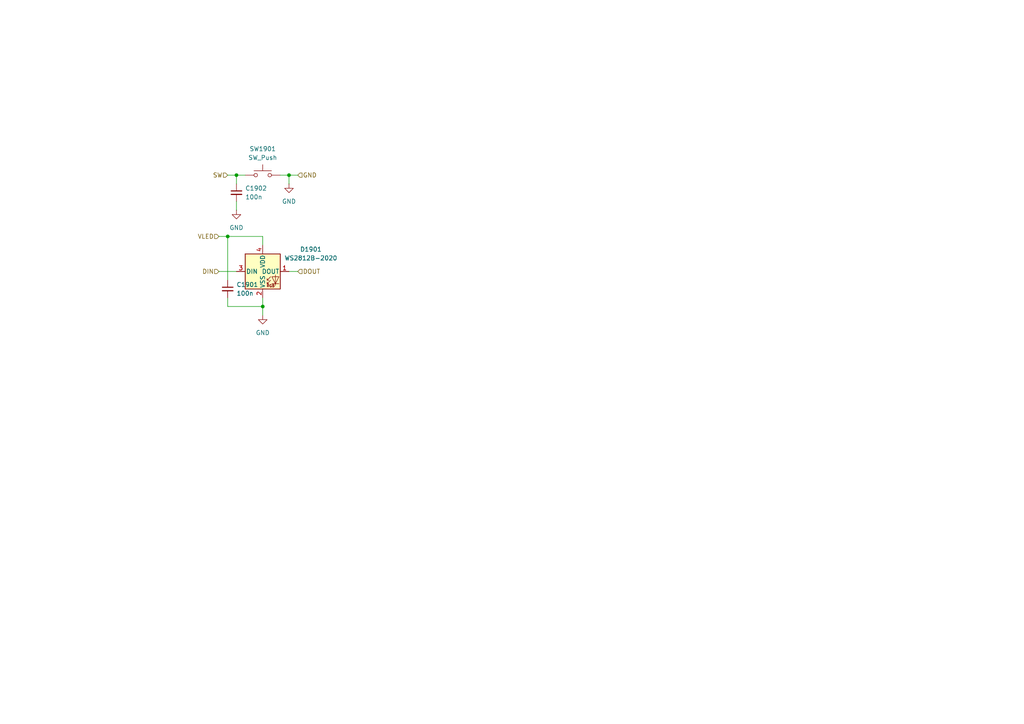
<source format=kicad_sch>
(kicad_sch (version 20250114) (generator "eeschema") (generator_version "9.0")
  (paper "A4")
  (lib_symbols
    (symbol "Device:C_Small" (pin_numbers (hide yes)) (pin_names (offset 0.254) (hide yes))
      (property "Reference" "C" (at 0.254 1.778 0))
      (property "Value" "C_Small" (at 0.254 -2.032 0))
      (symbol "C_Small_0_1"
        (polyline (pts (xy -1.524 0.508) (xy 1.524 0.508)) (stroke (width 0.3048)))
        (polyline (pts (xy -1.524 -0.508) (xy 1.524 -0.508)) (stroke (width 0.3302)))
      )
      (symbol "C_Small_1_1"
        (pin passive line (at 0 2.54 270) (length 2.032) (name "~") (number "1"))
        (pin passive line (at 0 -2.54 90) (length 2.032) (name "~") (number "2"))
      )
    )
    (symbol "LED:WS2812B-2020" (pin_names (offset 0.254))
      (property "Reference" "D" (at 5.08 5.715 0))
      (property "Value" "WS2812B-2020" (at 1.27 -5.715 0))
      (symbol "WS2812B-2020_0_0"
        (text "RGB" (at 2.286 -4.191 0) (effects (font (size 0.762 0.762))))
      )
      (symbol "WS2812B-2020_0_1"
        (polyline (pts (xy 1.27 -2.54) (xy 1.778 -2.54)))
        (polyline (pts (xy 1.27 -3.556) (xy 1.778 -3.556)))
        (polyline (pts (xy 2.286 -1.524) (xy 1.27 -2.54) (xy 1.27 -2.032)))
        (polyline (pts (xy 2.286 -2.54) (xy 1.27 -3.556) (xy 1.27 -3.048)))
        (polyline (pts (xy 3.683 -1.016) (xy 3.683 -3.556) (xy 3.683 -4.064)))
        (polyline (pts (xy 4.699 -1.524) (xy 2.667 -1.524) (xy 3.683 -3.556) (xy 4.699 -1.524)))
        (polyline (pts (xy 4.699 -3.556) (xy 2.667 -3.556)))
        (rectangle (start 5.08 5.08) (end -5.08 -5.08) (stroke (width 0.254)) (fill (type background)))
      )
      (symbol "WS2812B-2020_1_1"
        (pin input line (at -7.62 0 0) (length 2.54) (name "DIN") (number "3"))
        (pin power_in line (at 0 7.62 270) (length 2.54) (name "VDD") (number "4"))
        (pin power_in line (at 0 -7.62 90) (length 2.54) (name "VSS") (number "2"))
        (pin output line (at 7.62 0 180) (length 2.54) (name "DOUT") (number "1"))
      )
    )
    (symbol "Switch:SW_Push" (pin_numbers (hide yes)) (pin_names (offset 1.016) (hide yes))
      (property "Reference" "SW" (at 1.27 2.54 0))
      (property "Value" "SW_Push" (at 0 -1.524 0))
      (symbol "SW_Push_0_1"
        (circle (center -2.032 0) (radius 0.508))
        (polyline (pts (xy 0 1.27) (xy 0 3.048)))
        (circle (center 2.032 0) (radius 0.508))
        (polyline (pts (xy 2.54 1.27) (xy -2.54 1.27)))
        (pin passive line (at -5.08 0 0) (length 2.54) (name "1") (number "1"))
        (pin passive line (at 5.08 0 180) (length 2.54) (name "2") (number "2"))
      )
    )
    (symbol "power:GND" (power) (pin_numbers (hide yes)) (pin_names (offset 0) (hide yes))
      (property "Value" "GND" (at 0 -3.81 0))
      (symbol "GND_0_1"
        (polyline (pts (xy 0 0) (xy 0 -1.27) (xy 1.27 -1.27) (xy 0 -2.54) (xy -1.27 -1.27) (xy 0 -1.27)))
      )
      (symbol "GND_1_1"
        (pin power_in line (at 0 0 270) (length 0) (name "~") (number "1"))
      )
    )
  )
  (junction (at 66.04 68.58))
  (junction (at 68.58 50.8))
  (junction (at 83.82 50.8))
  (junction (at 76.2 88.9))
  (wire (pts (xy 68.58 50.8) (xy 68.58 53.34)))
  (wire (pts (xy 81.28 50.8) (xy 83.82 50.8)))
  (wire (pts (xy 83.82 78.74) (xy 86.36 78.74)))
  (wire (pts (xy 83.82 50.8) (xy 86.36 50.8)))
  (wire (pts (xy 76.2 68.58) (xy 76.2 71.12)))
  (wire (pts (xy 68.58 58.42) (xy 68.58 60.96)))
  (wire (pts (xy 76.2 88.9) (xy 76.2 91.44)))
  (wire (pts (xy 66.04 68.58) (xy 76.2 68.58)))
  (wire (pts (xy 76.2 88.9) (xy 66.04 88.9)))
  (wire (pts (xy 63.5 78.74) (xy 68.58 78.74)))
  (wire (pts (xy 71.12 50.8) (xy 68.58 50.8)))
  (wire (pts (xy 83.82 50.8) (xy 83.82 53.34)))
  (wire (pts (xy 63.5 68.58) (xy 66.04 68.58)))
  (wire (pts (xy 66.04 68.58) (xy 66.04 81.28)))
  (wire (pts (xy 76.2 86.36) (xy 76.2 88.9)))
  (wire (pts (xy 66.04 50.8) (xy 68.58 50.8)))
  (wire (pts (xy 66.04 88.9) (xy 66.04 86.36)))
  (hierarchical_label "VLED" (shape input) (at 63.5 68.58 180))
  (hierarchical_label "DIN" (shape input) (at 63.5 78.74 180))
  (hierarchical_label "DOUT" (shape input) (at 86.36 78.74 0))
  (hierarchical_label "SW" (shape input) (at 66.04 50.8 180))
  (hierarchical_label "GND" (shape input) (at 86.36 50.8 0))
  (symbol (lib_id "Switch:SW_Push") (at 76.2 50.8 0) (unit 1)
    (property "Reference" "SW801" (at 76.2 43.18 0))
    (property "Value" "SW_Push" (at 76.2 45.72 0))
    (property "Footprint" "Button_Switch_Keyboard:SW_Cherry_MX_1.00u_PCB" (effects (hide yes)))
    (property "Description" "Push button switch, generic, two pins" (effects (hide yes)))
    (instances (project "NiController" (path "" (reference "SW1901") (unit 1)) (path "" (reference "SW901") (unit 1)) (path "" (reference "SW801") (unit 1)) (path "" (reference "SW2901") (unit 1))))
  )
  (symbol (lib_id "power:GND") (at 83.82 53.34 0) (unit 1)
    (property "Reference" "#PWR0803" (effects (hide yes)))
    (property "Value" "GND" (at 83.82 58.42 0))
    (property "Description" "Power symbol creates a global label with name \"GND\" , ground" (effects (hide yes)))
    (instances (project "NiController" (path "" (reference "#PWR01903") (unit 1)) (path "" (reference "#PWR0903") (unit 1)) (path "" (reference "#PWR0803") (unit 1)) (path "" (reference "#PWR02903") (unit 1))))
  )
  (symbol (lib_id "Device:C_Small") (at 68.58 55.88 0) (unit 1)
    (property "Reference" "C802" (at 71.12 54.6162 0) (effects (justify left)))
    (property "Value" "100n" (at 71.12 57.1562 0) (effects (justify left)))
    (property "Footprint" "Capacitor_SMD:C_0603_1608Metric" (effects (hide yes)))
    (property "Description" "Unpolarized capacitor, small symbol" (effects (hide yes)))
    (instances (project "NiController" (path "" (reference "C1902") (unit 1)) (path "" (reference "C902") (unit 1)) (path "" (reference "C802") (unit 1)) (path "" (reference "C2902") (unit 1))))
  )
  (symbol (lib_id "Device:C_Small") (at 66.04 83.82 0) (unit 1)
    (property "Reference" "C801" (at 68.58 82.5562 0) (effects (justify left)))
    (property "Value" "100n" (at 68.58 85.0962 0) (effects (justify left)))
    (property "Footprint" "Capacitor_SMD:C_0603_1608Metric" (effects (hide yes)))
    (property "Description" "Unpolarized capacitor, small symbol" (effects (hide yes)))
    (instances (project "NiController" (path "" (reference "C1901") (unit 1)) (path "" (reference "C901") (unit 1)) (path "" (reference "C801") (unit 1)) (path "" (reference "C2901") (unit 1))))
  )
  (symbol (lib_id "power:GND") (at 68.58 60.96 0) (unit 1)
    (property "Reference" "#PWR0801" (effects (hide yes)))
    (property "Value" "GND" (at 68.58 66.04 0))
    (property "Description" "Power symbol creates a global label with name \"GND\" , ground" (effects (hide yes)))
    (instances (project "NiController" (path "" (reference "#PWR01901") (unit 1)) (path "" (reference "#PWR0901") (unit 1)) (path "" (reference "#PWR0801") (unit 1)) (path "" (reference "#PWR02901") (unit 1))))
  )
  (symbol (lib_id "power:GND") (at 76.2 91.44 0) (unit 1)
    (property "Reference" "#PWR0802" (effects (hide yes)))
    (property "Value" "GND" (at 76.2 96.52 0))
    (property "Description" "Power symbol creates a global label with name \"GND\" , ground" (effects (hide yes)))
    (instances (project "NiController" (path "" (reference "#PWR01902") (unit 1)) (path "" (reference "#PWR0902") (unit 1)) (path "" (reference "#PWR0802") (unit 1)) (path "" (reference "#PWR02902") (unit 1))))
  )
  (symbol (lib_id "LED:WS2812B-2020") (at 76.2 78.74 0) (unit 1)
    (property "Reference" "D801" (at 90.17 72.3198 0))
    (property "Value" "WS2812B-2020" (at 90.17 74.8598 0))
    (property "Footprint" "LED_SMD:LED_WS2812B-2020_PLCC4_2.0x2.0mm" (effects (hide yes)))
    (property "Datasheet" "https://cdn-shop.adafruit.com/product-files/4684/4684_WS2812B-2020_V1.3_EN.pdf" (effects (hide yes)))
    (property "Description" "RGB LED with integrated controller, 2.0 x 2.0 mm, 12 mA" (effects (hide yes)))
    (instances (project "NiController" (path "" (reference "D1901") (unit 1)) (path "" (reference "D901") (unit 1)) (path "" (reference "D801") (unit 1)) (path "" (reference "D2901") (unit 1))))
  )
)
</source>
